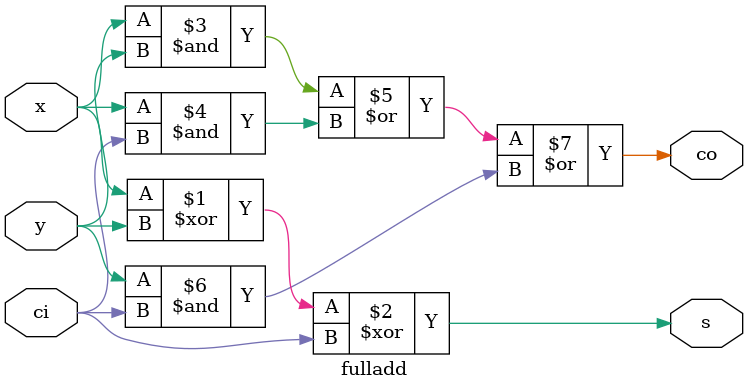
<source format=v>
module bcd1(ci,y,x,s,co);
input [0:3]y,x;
input ci;
output [3:0]s;
output co;
wire [3:0]z;

adder4 n1(ci,x,y,z,k);
assign co=k|(z[3]&z[1])|(z[3]&z[2]);
wire [3:0]six;
assign six[0]=0;
assign six[1]=co;
assign six[2]=co;
assign six[3]=0;
adder4 n2(ci,z,six,s,m);
endmodule

module adder4(ci,x,y,s,co);
input ci;
input [3:0]x,y;
output [3:0]s;
output co;
wire [3:1]c;
fulladd stage0(ci,x[0],y[0],s[0],c[1]);
fulladd stage1(c[1],x[1],y[1],s[1],c[2]);
fulladd stage2(c[2],x[2],y[2],s[2],c[3]);
fulladd stage3(c[3],x[3],y[3],s[3],co);
endmodule

module fulladd(ci,x,y,s,co);
input ci,x,y;
output s,co;
assign s=x^y^ci;
assign co=(x&y)|(x&ci)|(y&ci);
endmodule

</source>
